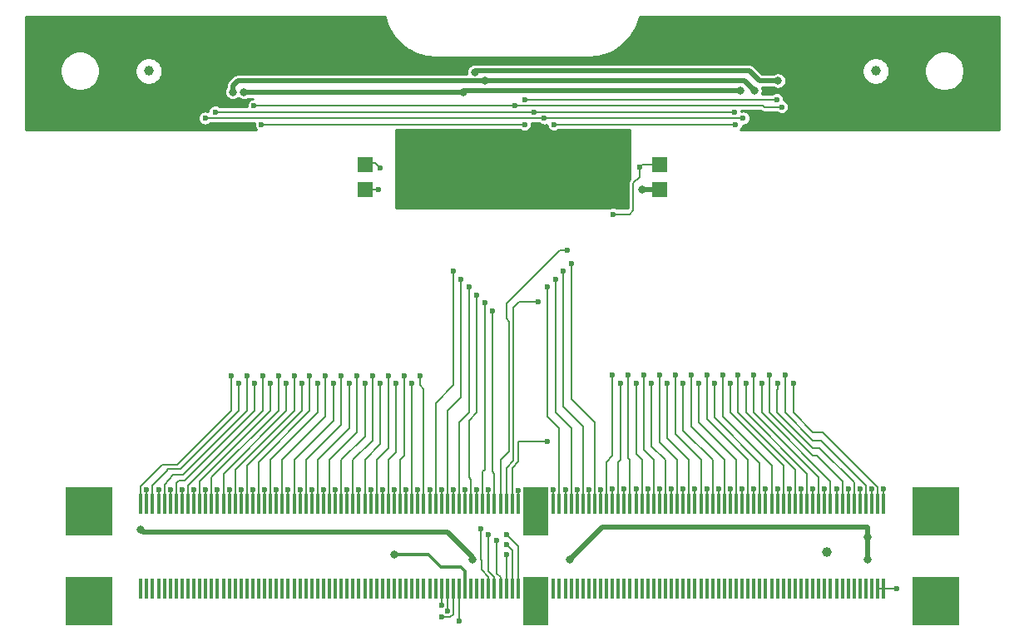
<source format=gbr>
G04 #@! TF.GenerationSoftware,KiCad,Pcbnew,5.1.5+dfsg1-2build2*
G04 #@! TF.CreationDate,2022-05-25T15:14:24+02:00*
G04 #@! TF.ProjectId,ModulAdapter,4d6f6475-6c41-4646-9170-7465722e6b69,rev?*
G04 #@! TF.SameCoordinates,Original*
G04 #@! TF.FileFunction,Copper,L1,Top*
G04 #@! TF.FilePolarity,Positive*
%FSLAX46Y46*%
G04 Gerber Fmt 4.6, Leading zero omitted, Abs format (unit mm)*
G04 Created by KiCad (PCBNEW 5.1.5+dfsg1-2build2) date 2022-05-25 15:14:24*
%MOMM*%
%LPD*%
G04 APERTURE LIST*
%ADD10R,2.600000X5.000000*%
%ADD11R,0.350000X2.000000*%
%ADD12R,4.800000X5.000000*%
%ADD13R,1.501140X1.501140*%
%ADD14C,1.000000*%
%ADD15C,0.600000*%
%ADD16C,0.800000*%
%ADD17C,0.200000*%
%ADD18C,0.500000*%
%ADD19C,0.300000*%
%ADD20C,0.254000*%
G04 APERTURE END LIST*
D10*
X102400000Y-127990000D03*
X102400000Y-118810000D03*
D11*
X62800000Y-126750000D03*
X62200000Y-126750000D03*
X63400000Y-126750000D03*
X64000000Y-126750000D03*
X64600000Y-126750000D03*
X65200000Y-126750000D03*
X65800000Y-126750000D03*
X66400000Y-126750000D03*
X67000000Y-126750000D03*
X67600000Y-126750000D03*
X68200000Y-126750000D03*
X68800000Y-126750000D03*
X69400000Y-126750000D03*
X70000000Y-126750000D03*
X70600000Y-126750000D03*
X71200000Y-126750000D03*
X71800000Y-126750000D03*
X72400000Y-126750000D03*
X73000000Y-126750000D03*
X73600000Y-126750000D03*
X74200000Y-126750000D03*
X74800000Y-126750000D03*
X75400000Y-126750000D03*
X76000000Y-126750000D03*
X76600000Y-126750000D03*
X77200000Y-126750000D03*
X77800000Y-126750000D03*
X78400000Y-126750000D03*
X79000000Y-126750000D03*
X79600000Y-126750000D03*
X80200000Y-126750000D03*
X80800000Y-126750000D03*
X81400000Y-126750000D03*
X82000000Y-126750000D03*
X82600000Y-126750000D03*
X83200000Y-126750000D03*
X83800000Y-126750000D03*
X84400000Y-126750000D03*
X85000000Y-126750000D03*
X85600000Y-126750000D03*
X86200000Y-126750000D03*
X86800000Y-126750000D03*
X87400000Y-126750000D03*
X88000000Y-126750000D03*
X88600000Y-126750000D03*
X89200000Y-126750000D03*
X90400000Y-126750000D03*
X89800000Y-126750000D03*
X91000000Y-126750000D03*
X91600000Y-126750000D03*
X92200000Y-126750000D03*
X92800000Y-126750000D03*
X93400000Y-126750000D03*
X94000000Y-126750000D03*
X94600000Y-126750000D03*
X95200000Y-126750000D03*
X95800000Y-126750000D03*
X96400000Y-126750000D03*
X97000000Y-126750000D03*
X97600000Y-126750000D03*
X98200000Y-126750000D03*
X98800000Y-126750000D03*
X99400000Y-126750000D03*
X100000000Y-126750000D03*
X100600000Y-126750000D03*
X104200000Y-126750000D03*
X104800000Y-126750000D03*
X105400000Y-126750000D03*
X106000000Y-126750000D03*
X106600000Y-126750000D03*
X107200000Y-126750000D03*
X107800000Y-126750000D03*
X108400000Y-126750000D03*
X109000000Y-126750000D03*
X109600000Y-126750000D03*
X110200000Y-126750000D03*
X110800000Y-126750000D03*
X111400000Y-126750000D03*
X112000000Y-126750000D03*
X112600000Y-126750000D03*
X113200000Y-126750000D03*
X113800000Y-126750000D03*
X114400000Y-126750000D03*
X115000000Y-126750000D03*
X115600000Y-126750000D03*
X116200000Y-126750000D03*
X116800000Y-126750000D03*
X117400000Y-126750000D03*
X118000000Y-126750000D03*
X118600000Y-126750000D03*
X119200000Y-126750000D03*
X119800000Y-126750000D03*
X120400000Y-126750000D03*
X121000000Y-126750000D03*
X121600000Y-126750000D03*
X122200000Y-126750000D03*
X122800000Y-126750000D03*
X123400000Y-126750000D03*
X124000000Y-126750000D03*
X124600000Y-126750000D03*
X125200000Y-126750000D03*
X125800000Y-126750000D03*
X126400000Y-126750000D03*
X127000000Y-126750000D03*
X127600000Y-126750000D03*
X128200000Y-126750000D03*
X128800000Y-126750000D03*
X129400000Y-126750000D03*
X130000000Y-126750000D03*
X130600000Y-126750000D03*
X131200000Y-126750000D03*
X131800000Y-126750000D03*
X132400000Y-126750000D03*
X133000000Y-126750000D03*
X133600000Y-126750000D03*
X134200000Y-126750000D03*
X134800000Y-126750000D03*
X135400000Y-126750000D03*
X136000000Y-126750000D03*
X136600000Y-126750000D03*
X137200000Y-126750000D03*
X137800000Y-126750000D03*
X62200000Y-118050000D03*
X62800000Y-118050000D03*
X63400000Y-118050000D03*
X64000000Y-118050000D03*
X64600000Y-118050000D03*
X65200000Y-118050000D03*
X65800000Y-118050000D03*
X66400000Y-118050000D03*
X67000000Y-118050000D03*
X67600000Y-118050000D03*
X68200000Y-118050000D03*
X68800000Y-118050000D03*
X69400000Y-118050000D03*
X70000000Y-118050000D03*
X70600000Y-118050000D03*
X71200000Y-118050000D03*
X71800000Y-118050000D03*
X72400000Y-118050000D03*
X73000000Y-118050000D03*
X73600000Y-118050000D03*
X74200000Y-118050000D03*
X74800000Y-118050000D03*
X75400000Y-118050000D03*
X76000000Y-118050000D03*
X76600000Y-118050000D03*
X77200000Y-118050000D03*
X77800000Y-118050000D03*
X78400000Y-118050000D03*
X79000000Y-118050000D03*
X79600000Y-118050000D03*
X80200000Y-118050000D03*
X80800000Y-118050000D03*
X81400000Y-118050000D03*
X82000000Y-118050000D03*
X82600000Y-118050000D03*
X83200000Y-118050000D03*
X83800000Y-118050000D03*
X84400000Y-118050000D03*
X85000000Y-118050000D03*
X85600000Y-118050000D03*
X86200000Y-118050000D03*
X86800000Y-118050000D03*
X87400000Y-118050000D03*
X88000000Y-118050000D03*
X88600000Y-118050000D03*
X89200000Y-118050000D03*
X89800000Y-118050000D03*
X90400000Y-118050000D03*
X91000000Y-118050000D03*
X91600000Y-118050000D03*
X92200000Y-118050000D03*
X92800000Y-118050000D03*
X93400000Y-118050000D03*
X94000000Y-118050000D03*
X94600000Y-118050000D03*
X95200000Y-118050000D03*
X95800000Y-118050000D03*
X96400000Y-118050000D03*
X97000000Y-118050000D03*
X97600000Y-118050000D03*
X98200000Y-118050000D03*
X98800000Y-118050000D03*
X99400000Y-118050000D03*
X100000000Y-118050000D03*
X100600000Y-118050000D03*
X104200000Y-118050000D03*
X104800000Y-118050000D03*
X105400000Y-118050000D03*
X106000000Y-118050000D03*
X106600000Y-118050000D03*
X107200000Y-118050000D03*
X107800000Y-118050000D03*
X108400000Y-118050000D03*
X109000000Y-118050000D03*
X109600000Y-118050000D03*
X110200000Y-118050000D03*
X110800000Y-118050000D03*
X111400000Y-118050000D03*
X112000000Y-118050000D03*
X112600000Y-118050000D03*
X113200000Y-118050000D03*
X113800000Y-118050000D03*
X114400000Y-118050000D03*
X115000000Y-118050000D03*
X115600000Y-118050000D03*
X116200000Y-118050000D03*
X116800000Y-118050000D03*
X117400000Y-118050000D03*
X118000000Y-118050000D03*
X118600000Y-118050000D03*
X119200000Y-118050000D03*
X119800000Y-118050000D03*
X120400000Y-118050000D03*
X121000000Y-118050000D03*
X121600000Y-118050000D03*
X122200000Y-118050000D03*
X122800000Y-118050000D03*
X123400000Y-118050000D03*
X124000000Y-118050000D03*
X124600000Y-118050000D03*
X125200000Y-118050000D03*
X125800000Y-118050000D03*
X126400000Y-118050000D03*
X127000000Y-118050000D03*
X127600000Y-118050000D03*
X128200000Y-118050000D03*
X128800000Y-118050000D03*
X129400000Y-118050000D03*
X130000000Y-118050000D03*
X130600000Y-118050000D03*
X131200000Y-118050000D03*
X131800000Y-118050000D03*
X132400000Y-118050000D03*
X133000000Y-118050000D03*
X133600000Y-118050000D03*
X134200000Y-118050000D03*
X134800000Y-118050000D03*
X135400000Y-118050000D03*
X136000000Y-118050000D03*
X136600000Y-118050000D03*
X137200000Y-118050000D03*
X137800000Y-118050000D03*
D12*
X56900000Y-118810000D03*
X56900000Y-127990000D03*
X143100000Y-127990000D03*
X143100000Y-118810000D03*
D13*
X85014000Y-86030000D03*
X85014000Y-83490000D03*
X114986000Y-83490000D03*
X114986000Y-86030000D03*
D14*
X63000000Y-74000000D03*
X132000000Y-123000000D03*
X137000000Y-74000000D03*
D15*
X139116000Y-126670000D03*
D16*
X71552000Y-76124000D03*
X97206000Y-74981000D03*
X124638000Y-75997000D03*
X123241000Y-75997000D03*
X95047000Y-76124000D03*
X72695000Y-76124000D03*
D15*
X71400000Y-105000000D03*
X62800000Y-116600000D03*
X72200000Y-105800000D03*
X64000000Y-116600000D03*
X73000000Y-105000000D03*
X65200000Y-116600000D03*
X73800000Y-105800000D03*
X66400000Y-116600000D03*
X74600000Y-105000000D03*
X67600000Y-116600000D03*
X75400000Y-105800000D03*
X68800000Y-116600000D03*
X76200000Y-105000000D03*
X70000000Y-116600000D03*
X77000000Y-105800000D03*
X71200000Y-116600000D03*
X77800000Y-105000000D03*
X72400000Y-116600000D03*
X78600000Y-105800000D03*
X73600000Y-116600000D03*
X79400000Y-105000000D03*
X74800000Y-116600000D03*
X80200000Y-105800000D03*
X76000000Y-116600000D03*
X81000000Y-105000000D03*
X77200000Y-116600000D03*
X81800000Y-105800000D03*
X78400000Y-116600000D03*
X82600000Y-105000000D03*
X79600000Y-116600000D03*
X83400000Y-105800000D03*
X80800000Y-116600000D03*
X84200000Y-105000000D03*
X82000000Y-116600000D03*
X85000000Y-105800000D03*
X83200000Y-116600000D03*
X85800000Y-105000000D03*
X84400000Y-116600000D03*
X86600000Y-105800000D03*
X85600000Y-116600000D03*
X87400000Y-105000000D03*
X86800000Y-116600000D03*
X88200000Y-105800000D03*
X88000000Y-116600000D03*
X89000000Y-105000000D03*
X89200000Y-116600000D03*
X89800000Y-105800000D03*
X90400000Y-116600000D03*
X90600000Y-105000000D03*
X91600000Y-116600000D03*
X94000000Y-94400000D03*
X92800000Y-116600000D03*
X94800000Y-95200000D03*
X94000000Y-116600000D03*
X95600000Y-96000000D03*
X95200000Y-116600000D03*
X96400000Y-116600000D03*
X103600000Y-111700000D03*
X104200000Y-116600000D03*
X105400000Y-116600000D03*
X106600000Y-116600000D03*
X105200000Y-94400000D03*
X107800000Y-116600000D03*
X106000000Y-93600000D03*
X109000000Y-116600000D03*
X110200000Y-104990248D03*
X110200000Y-116590248D03*
X111000000Y-105790248D03*
X111400000Y-116590248D03*
X111800000Y-104990248D03*
X112600000Y-116590248D03*
X112600000Y-105790248D03*
X113800000Y-116590248D03*
X113400000Y-104990248D03*
X115000000Y-116590248D03*
X114200000Y-105790248D03*
X116200000Y-116590248D03*
X115000000Y-104990248D03*
X117400000Y-116590248D03*
X115800000Y-105790248D03*
X118600000Y-116590248D03*
X116600000Y-104990248D03*
X119800000Y-116590248D03*
X117400000Y-105790248D03*
X121000000Y-116590248D03*
X118200000Y-104990248D03*
X122200000Y-116590248D03*
X119000000Y-105790248D03*
X123400000Y-116590248D03*
X119800000Y-104990248D03*
X124600000Y-116590248D03*
X120600000Y-105790248D03*
X125800000Y-116590248D03*
X121400000Y-104990248D03*
X127000000Y-116590248D03*
X122200000Y-105790248D03*
X128200000Y-116590248D03*
X123000000Y-104990248D03*
X129400000Y-116590248D03*
X123800000Y-105790248D03*
X130600000Y-116590248D03*
X124600000Y-104990248D03*
X131800000Y-116590248D03*
X125400000Y-105790248D03*
X133000000Y-116590248D03*
X126200000Y-104990248D03*
X134200000Y-116590248D03*
X127000000Y-105790248D03*
X135400000Y-116590248D03*
X127800000Y-104990248D03*
X136600000Y-116590248D03*
X128600000Y-105790248D03*
X137800000Y-116590248D03*
X96400000Y-96800000D03*
X97200000Y-97600000D03*
X97600000Y-116600000D03*
X98000000Y-98400000D03*
X105588000Y-92253000D03*
X102667000Y-97460000D03*
X100600000Y-116700000D03*
X103600000Y-96000000D03*
X104400000Y-95200000D03*
X96800000Y-120600000D03*
X97600000Y-121200000D03*
X98400000Y-121800000D03*
X99400000Y-123200000D03*
D16*
X127051000Y-74981000D03*
X136195000Y-123749000D03*
X136195000Y-121463000D03*
X96190000Y-74092000D03*
X105842000Y-123749000D03*
X95936000Y-123750000D03*
X62154000Y-120701000D03*
D15*
X126924000Y-76886000D03*
X101270000Y-76886000D03*
X101250000Y-79426000D03*
X74473000Y-79426000D03*
X100254000Y-77521000D03*
X127432000Y-77648000D03*
X73711000Y-77521000D03*
X99400000Y-122200000D03*
X99400000Y-121200000D03*
X94600000Y-130000000D03*
D16*
X88000000Y-123250000D03*
X57201000Y-79045000D03*
X88570000Y-83236000D03*
X100762000Y-86792000D03*
X88570000Y-87554000D03*
X113208000Y-86030000D03*
D15*
X122733000Y-79426000D03*
X104250000Y-79426000D03*
X123495000Y-78791000D03*
X103250000Y-78791000D03*
X68758000Y-78791000D03*
X122606000Y-78156000D03*
X102250000Y-78156000D03*
X69774000Y-78156000D03*
X86411000Y-86030000D03*
X93400000Y-129000000D03*
X86538000Y-83871000D03*
X92800000Y-129600000D03*
X112954000Y-83744000D03*
X92800000Y-128400000D03*
X110287000Y-88570000D03*
D17*
X137800000Y-126750000D02*
X137200000Y-126750000D01*
X137880000Y-126670000D02*
X137800000Y-126750000D01*
X139116000Y-126670000D02*
X137880000Y-126670000D01*
D18*
X97206000Y-74981000D02*
X72695000Y-74981000D01*
X71552000Y-76124000D02*
X71552000Y-75489000D01*
X72060000Y-74981000D02*
X72695000Y-74981000D01*
X71552000Y-75489000D02*
X72060000Y-74981000D01*
X124638000Y-75997000D02*
X123622000Y-74981000D01*
X97206000Y-74981000D02*
X123622000Y-74981000D01*
X95047000Y-76124000D02*
X74473000Y-76124000D01*
X121463000Y-75997000D02*
X123368000Y-75997000D01*
X95047000Y-75997000D02*
X121463000Y-75997000D01*
X74473000Y-76124000D02*
X72949000Y-76124000D01*
D17*
X62200000Y-116300000D02*
X62200000Y-118050000D01*
X64400000Y-114100000D02*
X62200000Y-116300000D01*
X65900000Y-114100000D02*
X64400000Y-114100000D01*
X71400000Y-108600000D02*
X65900000Y-114100000D01*
X71400000Y-105000000D02*
X71400000Y-108600000D01*
X62800000Y-118050000D02*
X62800000Y-116600000D01*
X65000000Y-114550010D02*
X64800000Y-114750010D01*
X64800000Y-114750010D02*
X63400000Y-116200000D01*
X66249990Y-114550010D02*
X65000000Y-114550010D01*
X63400000Y-116200000D02*
X63400000Y-118050000D01*
X72200000Y-108600000D02*
X66249990Y-114550010D01*
X72200000Y-105800000D02*
X72200000Y-108600000D01*
X64000000Y-118050000D02*
X64000000Y-116600000D01*
X64600000Y-116100000D02*
X64600000Y-118050000D01*
X73000000Y-105000000D02*
X73000000Y-108600000D01*
X65550010Y-115100000D02*
X65500000Y-115150010D01*
X65500000Y-115150010D02*
X64600000Y-116100000D01*
X66500000Y-115100000D02*
X65550010Y-115100000D01*
X73000000Y-108600000D02*
X66500000Y-115100000D01*
X65200000Y-118050000D02*
X65200000Y-116600000D01*
X73800000Y-105800000D02*
X73800000Y-106049990D01*
X73800000Y-106049990D02*
X73800000Y-106400000D01*
X65800000Y-116000000D02*
X65800000Y-118050000D01*
X73800000Y-106049990D02*
X73800000Y-108600000D01*
X66700000Y-115700000D02*
X66100000Y-115700000D01*
X66100000Y-115700000D02*
X65800000Y-116000000D01*
X73800000Y-108600000D02*
X66700000Y-115700000D01*
X66400000Y-118050000D02*
X66400000Y-116600000D01*
X67000000Y-116200000D02*
X67000000Y-118050000D01*
X74600000Y-108600000D02*
X67000000Y-116200000D01*
X74600000Y-105000000D02*
X74600000Y-108600000D01*
X67600000Y-118050000D02*
X67600000Y-116600000D01*
X75400000Y-105800000D02*
X75400000Y-105600000D01*
X68200000Y-115800000D02*
X68200000Y-118050000D01*
X75400000Y-108600000D02*
X68200000Y-115800000D01*
X75400000Y-105800000D02*
X75400000Y-108600000D01*
X68800000Y-118050000D02*
X68800000Y-116600000D01*
X76200000Y-105000000D02*
X76200000Y-107449990D01*
X76200000Y-107449990D02*
X76200000Y-107800000D01*
X76200000Y-108600000D02*
X69400000Y-115400000D01*
X69400000Y-115400000D02*
X69400000Y-118050000D01*
X76200000Y-107449990D02*
X76200000Y-108600000D01*
X70000000Y-118050000D02*
X70000000Y-116600000D01*
X77000000Y-108600000D02*
X77000000Y-105800000D01*
X70600000Y-115000000D02*
X77000000Y-108600000D01*
X70600000Y-118050000D02*
X70600000Y-115000000D01*
X71200000Y-118050000D02*
X71200000Y-116850000D01*
X71200000Y-116850000D02*
X71200000Y-116600000D01*
X71800000Y-118050000D02*
X71800000Y-114600000D01*
X71800000Y-114600000D02*
X77000000Y-109400000D01*
X77000000Y-109400000D02*
X77800000Y-108600000D01*
X77800000Y-108600000D02*
X77800000Y-106400000D01*
X77800000Y-106400000D02*
X77800000Y-105550001D01*
X77800000Y-105550001D02*
X77800000Y-105000000D01*
X72400000Y-118050000D02*
X72400000Y-116600000D01*
X73000000Y-118050000D02*
X73000000Y-114200000D01*
X73000000Y-114200000D02*
X78600000Y-108600000D01*
X78600000Y-108600000D02*
X78600000Y-105800000D01*
X73600000Y-118050000D02*
X73600000Y-116600000D01*
X74200000Y-118050000D02*
X74200000Y-113800000D01*
X74200000Y-113800000D02*
X79400000Y-108600000D01*
X79400000Y-108600000D02*
X79400000Y-105000000D01*
X74800000Y-118050000D02*
X74800000Y-116800000D01*
X74800000Y-116800000D02*
X74800000Y-116600000D01*
X75400000Y-118050000D02*
X75400000Y-113600000D01*
X75400000Y-113600000D02*
X80200000Y-108800000D01*
X80200000Y-108800000D02*
X80200000Y-105800000D01*
X76000000Y-118050000D02*
X76000000Y-116600000D01*
X76600000Y-118050000D02*
X76600000Y-113600000D01*
X76600000Y-113600000D02*
X81000000Y-109200000D01*
X81000000Y-109200000D02*
X81000000Y-107600000D01*
X81000000Y-107600000D02*
X81000000Y-105000000D01*
X77200000Y-118050000D02*
X77200000Y-116600000D01*
X77800000Y-118050000D02*
X77800000Y-113600000D01*
X77800000Y-113600000D02*
X81800000Y-109600000D01*
X81800000Y-109600000D02*
X81800000Y-107400000D01*
X81800000Y-107400000D02*
X81800000Y-105800000D01*
X78400000Y-118050000D02*
X78400000Y-116600000D01*
X79000000Y-113600000D02*
X82000000Y-110600000D01*
X79000000Y-118050000D02*
X79000000Y-113600000D01*
X82000000Y-110600000D02*
X82600000Y-110000000D01*
X82600000Y-110000000D02*
X82600000Y-108400000D01*
X82600000Y-108400000D02*
X82600000Y-105000000D01*
X79600000Y-118050000D02*
X79600000Y-116600000D01*
X80200000Y-118050000D02*
X80200000Y-113600000D01*
X80200000Y-113600000D02*
X83400000Y-110400000D01*
X83400000Y-110400000D02*
X83400000Y-108800000D01*
X83400000Y-108800000D02*
X83400000Y-105800000D01*
X80800000Y-118050000D02*
X80800000Y-116600000D01*
X81400000Y-118050000D02*
X81400000Y-113600000D01*
X81400000Y-113600000D02*
X84200000Y-110800000D01*
X84200000Y-110800000D02*
X84200000Y-107800000D01*
X84200000Y-107800000D02*
X84200000Y-105200000D01*
X82000000Y-118050000D02*
X82000000Y-117200000D01*
X82000000Y-117200000D02*
X82000000Y-116600000D01*
X82600000Y-118050000D02*
X82600000Y-113600000D01*
X82600000Y-113600000D02*
X85000000Y-111200000D01*
X85000000Y-111200000D02*
X85000000Y-108000000D01*
X85000000Y-108000000D02*
X85000000Y-105800000D01*
X83200000Y-118050000D02*
X83200000Y-116600000D01*
X83800000Y-118050000D02*
X83800000Y-113600000D01*
X83800000Y-113600000D02*
X85800000Y-111600000D01*
X85800000Y-111600000D02*
X85800000Y-105000000D01*
X84400000Y-118050000D02*
X84400000Y-116600000D01*
X85000000Y-118050000D02*
X85000000Y-113600000D01*
X85000000Y-113600000D02*
X86600000Y-112000000D01*
X86600000Y-112000000D02*
X86600000Y-108000000D01*
X86600000Y-108000000D02*
X86600000Y-105800000D01*
X85600000Y-118050000D02*
X85600000Y-116600000D01*
X86200000Y-118050000D02*
X86200000Y-113600000D01*
X86200000Y-113600000D02*
X87400000Y-112400000D01*
X87400000Y-112400000D02*
X87400000Y-105000000D01*
X86800000Y-118050000D02*
X86800000Y-116600000D01*
X87400000Y-118050000D02*
X87400000Y-113600000D01*
X87400000Y-113600000D02*
X88200000Y-112800000D01*
X88200000Y-112800000D02*
X88200000Y-107400000D01*
X88200000Y-107400000D02*
X88200000Y-105800000D01*
X88000000Y-118050000D02*
X88000000Y-116600000D01*
X88600000Y-118050000D02*
X88600000Y-113600000D01*
X88600000Y-113600000D02*
X89000000Y-113200000D01*
X89000000Y-113200000D02*
X89000000Y-106400000D01*
X89000000Y-106400000D02*
X89000000Y-105000000D01*
X89200000Y-118050000D02*
X89200000Y-116600000D01*
X89800000Y-118050000D02*
X89800000Y-106200000D01*
X89800000Y-106200000D02*
X89800000Y-105800000D01*
X90400000Y-118050000D02*
X90400000Y-116600000D01*
X90600000Y-106000000D02*
X90600000Y-105000000D01*
X91000000Y-118050000D02*
X91000000Y-106400000D01*
X91000000Y-106400000D02*
X90600000Y-106000000D01*
X91600000Y-118050000D02*
X91600000Y-116600000D01*
X94000000Y-99000000D02*
X94000000Y-94400000D01*
X92200000Y-118050000D02*
X92200000Y-107800000D01*
X94000000Y-106000000D02*
X94000000Y-99000000D01*
X92200000Y-107800000D02*
X94000000Y-106000000D01*
X92800000Y-118050000D02*
X92800000Y-116600000D01*
X93400000Y-108800000D02*
X93400000Y-108600000D01*
X93400000Y-108800000D02*
X93400000Y-118050000D01*
X93400000Y-108600000D02*
X94800000Y-107200000D01*
X94800000Y-95200000D02*
X94800000Y-101000000D01*
X94800000Y-107200000D02*
X94800000Y-101000000D01*
X94800000Y-101000000D02*
X94800000Y-100800000D01*
X94000000Y-118050000D02*
X94000000Y-116600000D01*
X94600000Y-115400000D02*
X94600000Y-115200000D01*
X94600000Y-118050000D02*
X94600000Y-115400000D01*
X94600000Y-110000000D02*
X94600000Y-109800000D01*
X94600000Y-115400000D02*
X94600000Y-110000000D01*
X94600000Y-109800000D02*
X95600000Y-108800000D01*
X95600000Y-108800000D02*
X95600000Y-96000000D01*
X95200000Y-118050000D02*
X95200000Y-116600000D01*
X96400000Y-118050000D02*
X96400000Y-116600000D01*
X100000000Y-114400000D02*
X100000000Y-118050000D01*
X100650000Y-113750000D02*
X100000000Y-114400000D01*
X100650000Y-111700000D02*
X100650000Y-113750000D01*
X100650000Y-111700000D02*
X103600000Y-111700000D01*
X104200000Y-118050000D02*
X104200000Y-116600000D01*
X104200000Y-116600000D02*
X104200000Y-116500000D01*
X105400000Y-118050000D02*
X105400000Y-116600000D01*
X106600000Y-117000000D02*
X106600000Y-116600000D01*
X106600000Y-116600000D02*
X106600000Y-116500000D01*
X106600000Y-118050000D02*
X106600000Y-117000000D01*
X107200000Y-118050000D02*
X107200000Y-110200000D01*
X105600000Y-108600000D02*
X105200000Y-108200000D01*
X107200000Y-110200000D02*
X105600000Y-108600000D01*
X105200000Y-108200000D02*
X105200000Y-97800000D01*
X105200000Y-94400000D02*
X105200000Y-97800000D01*
X105200000Y-97800000D02*
X105200000Y-97400000D01*
X107800000Y-118050000D02*
X107800000Y-116600000D01*
X107800000Y-116600000D02*
X107800000Y-116500000D01*
X108400000Y-111000000D02*
X108400000Y-109800000D01*
X108400000Y-111000000D02*
X108400000Y-109900000D01*
X108400000Y-118050000D02*
X108400000Y-111000000D01*
X108400000Y-109800000D02*
X106000000Y-107400000D01*
X106000000Y-107400000D02*
X106000000Y-94800000D01*
X106000000Y-94800000D02*
X106000000Y-93600000D01*
X109000000Y-118050000D02*
X109000000Y-116850000D01*
X109000000Y-116600000D02*
X109000000Y-116500000D01*
X109000000Y-116850000D02*
X109000000Y-116600000D01*
X109600000Y-114400000D02*
X109600000Y-118050000D01*
X109600000Y-113800000D02*
X109600000Y-114400000D01*
X110200000Y-104990248D02*
X110200000Y-113200000D01*
X110200000Y-113200000D02*
X109600000Y-113800000D01*
X110200000Y-118050000D02*
X110200000Y-116600000D01*
X110200000Y-118050000D02*
X110200000Y-116850000D01*
X110200000Y-116850000D02*
X110200000Y-116500000D01*
X110800000Y-113800000D02*
X110800000Y-118050000D01*
X111000000Y-113600000D02*
X110800000Y-113800000D01*
X111000000Y-105790248D02*
X111000000Y-113600000D01*
X111400000Y-118050000D02*
X111400000Y-116600000D01*
X111400000Y-118050000D02*
X111400000Y-116500000D01*
X112000000Y-113700000D02*
X112000000Y-113600000D01*
X112000000Y-118050000D02*
X112000000Y-113700000D01*
X112000000Y-113600000D02*
X111800000Y-113400000D01*
X111800000Y-104990248D02*
X111800000Y-106600000D01*
X111800000Y-106400000D02*
X111800000Y-106600000D01*
X111800000Y-106600000D02*
X111800000Y-113400000D01*
X112600000Y-118050000D02*
X112600000Y-116600000D01*
X112600000Y-118050000D02*
X112600000Y-116500000D01*
X113200000Y-118050000D02*
X113200000Y-113600000D01*
X113200000Y-113600000D02*
X112600000Y-113000000D01*
X112600000Y-106414512D02*
X112600000Y-113000000D01*
X112600000Y-106414512D02*
X112600000Y-105790248D01*
X113800000Y-118050000D02*
X113800000Y-116600000D01*
X113800000Y-118050000D02*
X113800000Y-116500000D01*
X114400000Y-113600000D02*
X114400000Y-118050000D01*
X113400000Y-112600000D02*
X114400000Y-113600000D01*
X113400000Y-106500000D02*
X113400000Y-104990248D01*
X113400000Y-106500000D02*
X113400000Y-112600000D01*
X113400000Y-106400000D02*
X113400000Y-106500000D01*
X115000000Y-118050000D02*
X115000000Y-116600000D01*
X115000000Y-118050000D02*
X115000000Y-116500000D01*
X115600000Y-113600000D02*
X115600000Y-118050000D01*
X114200000Y-106700000D02*
X114200000Y-112200000D01*
X114200000Y-112200000D02*
X115600000Y-113600000D01*
X114200000Y-106700000D02*
X114200000Y-105790248D01*
X116200000Y-118050000D02*
X116200000Y-116600000D01*
X116200000Y-118050000D02*
X116200000Y-116850000D01*
X116200000Y-116850000D02*
X116200000Y-116500000D01*
X116800000Y-113600000D02*
X116800000Y-118050000D01*
X115000000Y-106600000D02*
X115000000Y-111800000D01*
X115000000Y-111800000D02*
X116800000Y-113600000D01*
X115000000Y-106600000D02*
X115000000Y-104990248D01*
X117400000Y-118050000D02*
X117400000Y-116600000D01*
X117400000Y-118050000D02*
X117400000Y-116500000D01*
X115800000Y-111400000D02*
X118000000Y-113600000D01*
X115800000Y-106600000D02*
X115800000Y-111400000D01*
X118000000Y-113600000D02*
X118000000Y-118050000D01*
X115800000Y-106600000D02*
X115800000Y-105790248D01*
X118600000Y-118050000D02*
X118600000Y-117200000D01*
X118600000Y-117200000D02*
X118600000Y-116600000D01*
X118600000Y-118050000D02*
X118600000Y-116850000D01*
X118600000Y-116850000D02*
X118600000Y-116500000D01*
X119200000Y-113600000D02*
X119200000Y-118050000D01*
X116600000Y-106700000D02*
X116600000Y-111000000D01*
X116600000Y-111000000D02*
X119200000Y-113600000D01*
X116600000Y-106700000D02*
X116600000Y-104990248D01*
X119800000Y-118050000D02*
X119800000Y-116600000D01*
X119800000Y-118050000D02*
X119800000Y-116850000D01*
X119800000Y-116850000D02*
X119800000Y-116500000D01*
X120400000Y-118050000D02*
X120400000Y-113600000D01*
X117385488Y-110585488D02*
X117500000Y-110700000D01*
X120400000Y-113600000D02*
X117500000Y-110700000D01*
X117400000Y-106485488D02*
X117400000Y-105790248D01*
X117385488Y-106500000D02*
X117400000Y-106485488D01*
X117385488Y-106500000D02*
X117385488Y-110585488D01*
X117385488Y-106400000D02*
X117385488Y-106500000D01*
X121000000Y-118050000D02*
X121000000Y-116600000D01*
X121000000Y-118050000D02*
X121000000Y-116850000D01*
X121000000Y-116850000D02*
X121000000Y-116500000D01*
X121600000Y-113600000D02*
X121600000Y-118050000D01*
X118200000Y-106500000D02*
X118200000Y-110200000D01*
X118200000Y-110200000D02*
X121600000Y-113600000D01*
X118200000Y-106500000D02*
X118200000Y-104990248D01*
X122200000Y-118050000D02*
X122200000Y-116600000D01*
X122200000Y-118050000D02*
X122200000Y-116850000D01*
X122200000Y-116850000D02*
X122200000Y-116500000D01*
X122800000Y-113600000D02*
X122800000Y-118050000D01*
X119000000Y-109800000D02*
X122800000Y-113600000D01*
X119000000Y-106700000D02*
X119000000Y-109800000D01*
X119000000Y-106700000D02*
X119000000Y-105790248D01*
X123400000Y-118050000D02*
X123400000Y-116600000D01*
X123400000Y-118050000D02*
X123400000Y-116500000D01*
X124000000Y-118050000D02*
X124000000Y-113600000D01*
X119800000Y-109400000D02*
X119800000Y-106500000D01*
X124000000Y-113600000D02*
X119800000Y-109400000D01*
X119800000Y-106500000D02*
X119800000Y-104990248D01*
X124600000Y-118050000D02*
X124600000Y-116600000D01*
X124600000Y-118050000D02*
X124600000Y-116850000D01*
X124600000Y-116850000D02*
X124600000Y-116500000D01*
X125200000Y-118050000D02*
X125200000Y-113900000D01*
X125200000Y-113900000D02*
X120600000Y-109300000D01*
X120600000Y-106800000D02*
X120600000Y-106700000D01*
X120600000Y-106800000D02*
X120600000Y-105790248D01*
X120600000Y-109300000D02*
X120600000Y-106800000D01*
X125800000Y-118050000D02*
X125800000Y-116800000D01*
X125800000Y-116800000D02*
X125800000Y-116600000D01*
X125800000Y-118050000D02*
X125800000Y-116850000D01*
X125800000Y-116850000D02*
X125800000Y-116500000D01*
X126400000Y-115100000D02*
X126400000Y-114605012D01*
X126400000Y-118050000D02*
X126400000Y-115100000D01*
X126400000Y-114200000D02*
X126400000Y-115100000D01*
X121400000Y-109200000D02*
X126400000Y-114200000D01*
X121400000Y-106800000D02*
X121400000Y-104990248D01*
X121400000Y-106800000D02*
X121400000Y-109200000D01*
X121400000Y-106700000D02*
X121400000Y-106800000D01*
X127000000Y-118050000D02*
X127000000Y-116600000D01*
X127000000Y-118050000D02*
X127000000Y-116500000D01*
X127600000Y-114200000D02*
X127600000Y-118050000D01*
X122200000Y-108800000D02*
X127600000Y-114200000D01*
X122200000Y-106700000D02*
X122200000Y-108800000D01*
X122200000Y-106700000D02*
X122200000Y-105790248D01*
X128200000Y-118050000D02*
X128200000Y-116600000D01*
X128200000Y-118050000D02*
X128200000Y-116500000D01*
X128800000Y-114600000D02*
X128800000Y-118050000D01*
X123000000Y-108800000D02*
X128800000Y-114600000D01*
X123000000Y-106700000D02*
X123000000Y-108800000D01*
X123000000Y-106700000D02*
X123000000Y-104990248D01*
X129400000Y-118050000D02*
X129400000Y-116850000D01*
X129400000Y-116850000D02*
X129400000Y-116600000D01*
X129400000Y-118050000D02*
X129400000Y-116850000D01*
X129400000Y-116850000D02*
X129400000Y-116500000D01*
X123800000Y-108800000D02*
X130000000Y-115000000D01*
X130000000Y-115000000D02*
X130000000Y-118050000D01*
X123800000Y-106800000D02*
X123800000Y-105790248D01*
X123800000Y-106800000D02*
X123800000Y-108800000D01*
X123800000Y-106600000D02*
X123800000Y-106800000D01*
X130600000Y-118050000D02*
X130600000Y-116600000D01*
X130600000Y-118050000D02*
X130600000Y-116500000D01*
X124600000Y-106700000D02*
X124600000Y-104990248D01*
X124600000Y-106600000D02*
X124600000Y-106700000D01*
X124600000Y-108800000D02*
X131200000Y-115400000D01*
X131200000Y-115400000D02*
X131200000Y-118050000D01*
X124600000Y-106700000D02*
X124600000Y-108800000D01*
X131800000Y-118050000D02*
X131800000Y-116600000D01*
X131800000Y-118050000D02*
X131800000Y-116850000D01*
X131800000Y-116850000D02*
X131800000Y-116500000D01*
X125400000Y-108800000D02*
X132400000Y-115800000D01*
X132400000Y-115800000D02*
X132400000Y-118050000D01*
X125400000Y-105790248D02*
X125400000Y-108800000D01*
X133000000Y-118050000D02*
X133000000Y-116600000D01*
X133000000Y-118050000D02*
X133000000Y-116850000D01*
X133000000Y-116850000D02*
X133000000Y-116500000D01*
X126200000Y-108800000D02*
X130600000Y-113200000D01*
X126200000Y-104990248D02*
X126200000Y-108800000D01*
X130600000Y-113200000D02*
X131000000Y-113200000D01*
X133600000Y-115800000D02*
X133600000Y-116300000D01*
X131000000Y-113200000D02*
X133600000Y-115800000D01*
X133600000Y-116300000D02*
X133600000Y-118050000D01*
X134200000Y-118050000D02*
X134200000Y-116600000D01*
X134200000Y-118050000D02*
X134200000Y-116500000D01*
X127000000Y-105790248D02*
X127000000Y-106385488D01*
X127000000Y-106385488D02*
X126985488Y-106400000D01*
X126985488Y-106400000D02*
X126985488Y-108785488D01*
X126985488Y-108785488D02*
X130600000Y-112400000D01*
X130600000Y-112400000D02*
X130800000Y-112400000D01*
X131000000Y-112400000D02*
X130600000Y-112400000D01*
X131300000Y-112400000D02*
X131000000Y-112400000D01*
X134800000Y-115900000D02*
X131300000Y-112400000D01*
X134800000Y-118050000D02*
X134800000Y-115900000D01*
X135400000Y-118050000D02*
X135400000Y-116600000D01*
X135400000Y-118050000D02*
X135400000Y-116850000D01*
X135400000Y-116850000D02*
X135400000Y-116600000D01*
X136000000Y-116200000D02*
X136000000Y-118050000D01*
X131400000Y-111600000D02*
X136000000Y-116200000D01*
X130600000Y-111600000D02*
X131400000Y-111600000D01*
X127800000Y-108800000D02*
X130600000Y-111600000D01*
X127800000Y-104990248D02*
X127800000Y-108800000D01*
X136600000Y-118050000D02*
X136600000Y-116600000D01*
X136600000Y-118050000D02*
X136600000Y-116600000D01*
X131600000Y-110800000D02*
X137200000Y-116400000D01*
X130600000Y-110800000D02*
X131600000Y-110800000D01*
X137200000Y-116400000D02*
X137200000Y-118050000D01*
X128600000Y-105790248D02*
X128600000Y-108800000D01*
X128600000Y-108800000D02*
X130600000Y-110800000D01*
X137800000Y-118050000D02*
X137800000Y-116600000D01*
X137800000Y-118050000D02*
X137800000Y-116600000D01*
X95800000Y-115800000D02*
X95800000Y-115600000D01*
X95800000Y-118050000D02*
X95800000Y-115800000D01*
X95800000Y-115600000D02*
X95600000Y-115400000D01*
X95600000Y-115400000D02*
X95600000Y-109600000D01*
X95600000Y-109600000D02*
X96400000Y-108800000D01*
X96400000Y-102200000D02*
X96400000Y-96800000D01*
X96400000Y-102200000D02*
X96400000Y-102000000D01*
X96400000Y-108800000D02*
X96400000Y-102200000D01*
X97000000Y-118050000D02*
X97000000Y-114800000D01*
X97000000Y-114800000D02*
X97200000Y-114600000D01*
X97200000Y-114600000D02*
X97200000Y-100000000D01*
X97200000Y-97600000D02*
X97200000Y-100000000D01*
X97200000Y-100000000D02*
X97200000Y-99800000D01*
X97600000Y-118050000D02*
X97600000Y-116600000D01*
X98000000Y-98400000D02*
X98000000Y-114800000D01*
X98200000Y-115000000D02*
X98200000Y-118050000D01*
X98000000Y-114800000D02*
X98200000Y-115000000D01*
X98800000Y-113600000D02*
X99700000Y-112700000D01*
X98800000Y-118050000D02*
X98800000Y-113600000D01*
X104826000Y-92253000D02*
X105588000Y-92253000D01*
X99700000Y-112700000D02*
X99700000Y-99500000D01*
X99400000Y-99200000D02*
X99400000Y-97679000D01*
X99400000Y-97679000D02*
X104826000Y-92253000D01*
X99700000Y-99500000D02*
X99400000Y-99200000D01*
X99400000Y-118050000D02*
X99400000Y-116800000D01*
X99400000Y-116000000D02*
X99400000Y-115400000D01*
X99400000Y-116800000D02*
X99400000Y-116000000D01*
X102627000Y-97500000D02*
X102667000Y-97460000D01*
X100100000Y-113700000D02*
X100100000Y-98100000D01*
X100100000Y-98100000D02*
X100700000Y-97500000D01*
X99400000Y-116000000D02*
X99400000Y-114400000D01*
X100700000Y-97500000D02*
X102627000Y-97500000D01*
X99400000Y-114400000D02*
X100100000Y-113700000D01*
X100600000Y-118050000D02*
X100600000Y-116700000D01*
X104800000Y-118050000D02*
X104800000Y-110400000D01*
X103600000Y-109200000D02*
X103600000Y-108600000D01*
X104800000Y-110400000D02*
X103600000Y-109200000D01*
X103600000Y-97200000D02*
X103600000Y-96000000D01*
X103600000Y-97200000D02*
X103600000Y-97000000D01*
X103600000Y-108600000D02*
X103600000Y-97200000D01*
X106000000Y-118050000D02*
X106000000Y-110400000D01*
X106000000Y-110400000D02*
X104400000Y-108800000D01*
X104400000Y-100200000D02*
X104400000Y-108800000D01*
X104400000Y-95200000D02*
X104400000Y-100200000D01*
X97600000Y-125550000D02*
X96850000Y-124800000D01*
X97600000Y-126750000D02*
X97600000Y-125550000D01*
X96800000Y-123750000D02*
X96850000Y-123800000D01*
X96800000Y-120600000D02*
X96800000Y-123750000D01*
X96850000Y-124800000D02*
X96850000Y-123800000D01*
X98200000Y-125550000D02*
X97600000Y-124950000D01*
X98200000Y-126750000D02*
X98200000Y-125550000D01*
X97600000Y-121624264D02*
X97600000Y-122700000D01*
X97600000Y-124950000D02*
X97600000Y-122700000D01*
X97600000Y-121200000D02*
X97600000Y-121624264D01*
X97600000Y-122700000D02*
X97600000Y-122600000D01*
X98800000Y-125550000D02*
X98400000Y-125150000D01*
X98800000Y-126750000D02*
X98800000Y-125550000D01*
X98400000Y-125150000D02*
X98400000Y-122400000D01*
X98400000Y-122400000D02*
X98400000Y-121800000D01*
X99400000Y-125400000D02*
X99400000Y-123200000D01*
X99400000Y-125400000D02*
X99400000Y-125200000D01*
X99400000Y-126750000D02*
X99400000Y-125400000D01*
D18*
X136195000Y-121463000D02*
X136195000Y-123749000D01*
X136195000Y-121463000D02*
X136195000Y-120447000D01*
X136195000Y-120447000D02*
X109144000Y-120447000D01*
X109144000Y-120447000D02*
X105842000Y-123749000D01*
X95936000Y-123750000D02*
X95936000Y-123495000D01*
X95936000Y-123495000D02*
X93396000Y-120955000D01*
X93396000Y-120955000D02*
X62408000Y-120955000D01*
X62408000Y-120955000D02*
X62154000Y-120701000D01*
X125146000Y-74981000D02*
X127051000Y-74981000D01*
X124130000Y-73965000D02*
X125146000Y-74981000D01*
X96190000Y-74092000D02*
X96317000Y-73965000D01*
X96317000Y-73965000D02*
X124130000Y-73965000D01*
D17*
X124257000Y-76886000D02*
X126797000Y-76886000D01*
X101270000Y-76886000D02*
X124257000Y-76886000D01*
X75997000Y-79426000D02*
X74473000Y-79426000D01*
X101250000Y-79426000D02*
X75997000Y-79426000D01*
X106985000Y-77521000D02*
X100254000Y-77521000D01*
X125527000Y-77521000D02*
X106985000Y-77521000D01*
X127432000Y-77648000D02*
X125654000Y-77648000D01*
X125654000Y-77648000D02*
X125527000Y-77521000D01*
X75235000Y-77521000D02*
X73711000Y-77521000D01*
X100254000Y-77521000D02*
X75235000Y-77521000D01*
X100000000Y-122800000D02*
X99400000Y-122200000D01*
X100000000Y-126750000D02*
X100000000Y-122800000D01*
X100600000Y-122400000D02*
X99400000Y-121200000D01*
X100600000Y-126750000D02*
X100600000Y-122400000D01*
X94600000Y-130000000D02*
X94600000Y-129000000D01*
X94600000Y-129000000D02*
X94600000Y-126750000D01*
X94600000Y-129100000D02*
X94600000Y-129000000D01*
D19*
X95200000Y-126750000D02*
X95200000Y-124950000D01*
X95200000Y-124950000D02*
X94750000Y-124500000D01*
X94750000Y-124500000D02*
X92750000Y-124500000D01*
X92750000Y-124500000D02*
X91500000Y-123250000D01*
X91500000Y-123250000D02*
X88000000Y-123250000D01*
D18*
X113208000Y-86030000D02*
X114986000Y-86030000D01*
D17*
X106223000Y-79426000D02*
X104250000Y-79426000D01*
X106223000Y-79426000D02*
X122733000Y-79426000D01*
X106858000Y-78791000D02*
X123495000Y-78791000D01*
X106858000Y-78791000D02*
X103250000Y-78791000D01*
X106985000Y-78791000D02*
X106858000Y-78791000D01*
X70282000Y-78791000D02*
X68758000Y-78791000D01*
X103250000Y-78791000D02*
X70282000Y-78791000D01*
X106096000Y-78156000D02*
X102250000Y-78156000D01*
X106096000Y-78156000D02*
X122606000Y-78156000D01*
X71298000Y-78156000D02*
X69774000Y-78156000D01*
X102250000Y-78156000D02*
X71298000Y-78156000D01*
X86411000Y-86030000D02*
X85014000Y-86030000D01*
X93400000Y-129000000D02*
X93400000Y-126750000D01*
X86030000Y-83363000D02*
X85014000Y-83363000D01*
X86538000Y-83871000D02*
X86030000Y-83363000D01*
X94000000Y-129300000D02*
X94000000Y-126750000D01*
X93700000Y-129600000D02*
X94000000Y-129300000D01*
X93700000Y-129600000D02*
X92800000Y-129600000D01*
X114859000Y-83617000D02*
X114986000Y-83490000D01*
X113208000Y-83490000D02*
X112954000Y-83744000D01*
X114986000Y-83490000D02*
X113208000Y-83490000D01*
X92800000Y-128400000D02*
X92800000Y-126750000D01*
X112954000Y-83744000D02*
X112954000Y-84760000D01*
X112954000Y-84760000D02*
X112319000Y-85395000D01*
X112319000Y-85395000D02*
X112319000Y-88189000D01*
X111938000Y-88570000D02*
X110287000Y-88570000D01*
X112319000Y-88189000D02*
X111938000Y-88570000D01*
D20*
G36*
X102786564Y-79355698D02*
G01*
X102905636Y-79435259D01*
X103037942Y-79490062D01*
X103178397Y-79518000D01*
X103321603Y-79518000D01*
X103462058Y-79490062D01*
X103523000Y-79464819D01*
X103523000Y-79497603D01*
X103550938Y-79638058D01*
X103605741Y-79770364D01*
X103685302Y-79889436D01*
X103786564Y-79990698D01*
X103905636Y-80070259D01*
X104037942Y-80125062D01*
X104178397Y-80153000D01*
X104321603Y-80153000D01*
X104462058Y-80125062D01*
X104594364Y-80070259D01*
X104713436Y-79990698D01*
X104751134Y-79953000D01*
X111998939Y-79953000D01*
X111994443Y-79955403D01*
X111975197Y-79971197D01*
X111959403Y-79990443D01*
X111947667Y-80012399D01*
X111940440Y-80036224D01*
X111938000Y-80061000D01*
X111938000Y-85028536D01*
X111878696Y-85100798D01*
X111829762Y-85192350D01*
X111829761Y-85192351D01*
X111799626Y-85291691D01*
X111789451Y-85395000D01*
X111792000Y-85420881D01*
X111792001Y-87935000D01*
X110645221Y-87935000D01*
X110631364Y-87925741D01*
X110499058Y-87870938D01*
X110358603Y-87843000D01*
X110215397Y-87843000D01*
X110074942Y-87870938D01*
X109942636Y-87925741D01*
X109928779Y-87935000D01*
X88189000Y-87935000D01*
X88189000Y-80061000D01*
X88186560Y-80036224D01*
X88179333Y-80012399D01*
X88167597Y-79990443D01*
X88151803Y-79971197D01*
X88132557Y-79955403D01*
X88128061Y-79953000D01*
X100748866Y-79953000D01*
X100786564Y-79990698D01*
X100905636Y-80070259D01*
X101037942Y-80125062D01*
X101178397Y-80153000D01*
X101321603Y-80153000D01*
X101462058Y-80125062D01*
X101594364Y-80070259D01*
X101713436Y-79990698D01*
X101814698Y-79889436D01*
X101894259Y-79770364D01*
X101949062Y-79638058D01*
X101977000Y-79497603D01*
X101977000Y-79354397D01*
X101969760Y-79318000D01*
X102748866Y-79318000D01*
X102786564Y-79355698D01*
G37*
X102786564Y-79355698D02*
X102905636Y-79435259D01*
X103037942Y-79490062D01*
X103178397Y-79518000D01*
X103321603Y-79518000D01*
X103462058Y-79490062D01*
X103523000Y-79464819D01*
X103523000Y-79497603D01*
X103550938Y-79638058D01*
X103605741Y-79770364D01*
X103685302Y-79889436D01*
X103786564Y-79990698D01*
X103905636Y-80070259D01*
X104037942Y-80125062D01*
X104178397Y-80153000D01*
X104321603Y-80153000D01*
X104462058Y-80125062D01*
X104594364Y-80070259D01*
X104713436Y-79990698D01*
X104751134Y-79953000D01*
X111998939Y-79953000D01*
X111994443Y-79955403D01*
X111975197Y-79971197D01*
X111959403Y-79990443D01*
X111947667Y-80012399D01*
X111940440Y-80036224D01*
X111938000Y-80061000D01*
X111938000Y-85028536D01*
X111878696Y-85100798D01*
X111829762Y-85192350D01*
X111829761Y-85192351D01*
X111799626Y-85291691D01*
X111789451Y-85395000D01*
X111792000Y-85420881D01*
X111792001Y-87935000D01*
X110645221Y-87935000D01*
X110631364Y-87925741D01*
X110499058Y-87870938D01*
X110358603Y-87843000D01*
X110215397Y-87843000D01*
X110074942Y-87870938D01*
X109942636Y-87925741D01*
X109928779Y-87935000D01*
X88189000Y-87935000D01*
X88189000Y-80061000D01*
X88186560Y-80036224D01*
X88179333Y-80012399D01*
X88167597Y-79990443D01*
X88151803Y-79971197D01*
X88132557Y-79955403D01*
X88128061Y-79953000D01*
X100748866Y-79953000D01*
X100786564Y-79990698D01*
X100905636Y-80070259D01*
X101037942Y-80125062D01*
X101178397Y-80153000D01*
X101321603Y-80153000D01*
X101462058Y-80125062D01*
X101594364Y-80070259D01*
X101713436Y-79990698D01*
X101814698Y-79889436D01*
X101894259Y-79770364D01*
X101949062Y-79638058D01*
X101977000Y-79497603D01*
X101977000Y-79354397D01*
X101969760Y-79318000D01*
X102748866Y-79318000D01*
X102786564Y-79355698D01*
G36*
X87147248Y-68886569D02*
G01*
X87151640Y-68899611D01*
X87154432Y-68913082D01*
X87173314Y-68964650D01*
X87518478Y-69761876D01*
X87525641Y-69775064D01*
X87531242Y-69788988D01*
X87558957Y-69836397D01*
X88039843Y-70559900D01*
X88049230Y-70571613D01*
X88057206Y-70584322D01*
X88092879Y-70626074D01*
X88694284Y-71252985D01*
X88705593Y-71262846D01*
X88715698Y-71273948D01*
X88758201Y-71308722D01*
X89461119Y-71819226D01*
X89474000Y-71826932D01*
X89485907Y-71836065D01*
X89533896Y-71862763D01*
X90316106Y-72240721D01*
X90330150Y-72246025D01*
X90343484Y-72252904D01*
X90395442Y-72270683D01*
X91232222Y-72504151D01*
X91246978Y-72506883D01*
X91261325Y-72511294D01*
X91315610Y-72519590D01*
X92180509Y-72601187D01*
X92183314Y-72601201D01*
X92201577Y-72603000D01*
X107760993Y-72603000D01*
X107762115Y-72603130D01*
X107766276Y-72603000D01*
X107798423Y-72603000D01*
X107813359Y-72601529D01*
X107817005Y-72601415D01*
X108631540Y-72528870D01*
X108645079Y-72526437D01*
X108658820Y-72525647D01*
X108712597Y-72514520D01*
X109551775Y-72289828D01*
X109565865Y-72284675D01*
X109580464Y-72281173D01*
X109631421Y-72260699D01*
X110417547Y-71890952D01*
X110430505Y-71883383D01*
X110444249Y-71877353D01*
X110490775Y-71848179D01*
X111199000Y-71345065D01*
X111210411Y-71335323D01*
X111222873Y-71326952D01*
X111263497Y-71290000D01*
X111871436Y-70669420D01*
X111880944Y-70657808D01*
X111891722Y-70647367D01*
X111925161Y-70603805D01*
X112413597Y-69885378D01*
X112420896Y-69872270D01*
X112429659Y-69860080D01*
X112454855Y-69811285D01*
X112808348Y-69017717D01*
X112813212Y-69003518D01*
X112819675Y-68989975D01*
X112835832Y-68937489D01*
X112953945Y-68457000D01*
X149523001Y-68457000D01*
X149523001Y-79934000D01*
X123253134Y-79934000D01*
X123297698Y-79889436D01*
X123377259Y-79770364D01*
X123432062Y-79638058D01*
X123455943Y-79518000D01*
X123566603Y-79518000D01*
X123707058Y-79490062D01*
X123839364Y-79435259D01*
X123958436Y-79355698D01*
X124059698Y-79254436D01*
X124139259Y-79135364D01*
X124194062Y-79003058D01*
X124222000Y-78862603D01*
X124222000Y-78719397D01*
X124194062Y-78578942D01*
X124139259Y-78446636D01*
X124059698Y-78327564D01*
X123958436Y-78226302D01*
X123839364Y-78146741D01*
X123707058Y-78091938D01*
X123566603Y-78064000D01*
X123423397Y-78064000D01*
X123332538Y-78082073D01*
X123325760Y-78048000D01*
X125310687Y-78048000D01*
X125359798Y-78088304D01*
X125451350Y-78137239D01*
X125513196Y-78156000D01*
X125550690Y-78167374D01*
X125653999Y-78177549D01*
X125679880Y-78175000D01*
X126930866Y-78175000D01*
X126968564Y-78212698D01*
X127087636Y-78292259D01*
X127219942Y-78347062D01*
X127360397Y-78375000D01*
X127503603Y-78375000D01*
X127644058Y-78347062D01*
X127776364Y-78292259D01*
X127895436Y-78212698D01*
X127996698Y-78111436D01*
X128076259Y-77992364D01*
X128131062Y-77860058D01*
X128159000Y-77719603D01*
X128159000Y-77576397D01*
X128131062Y-77435942D01*
X128076259Y-77303636D01*
X127996698Y-77184564D01*
X127895436Y-77083302D01*
X127776364Y-77003741D01*
X127651000Y-76951813D01*
X127651000Y-76814397D01*
X127623062Y-76673942D01*
X127568259Y-76541636D01*
X127488698Y-76422564D01*
X127387436Y-76321302D01*
X127268364Y-76241741D01*
X127136058Y-76186938D01*
X126995603Y-76159000D01*
X126852397Y-76159000D01*
X126711942Y-76186938D01*
X126579636Y-76241741D01*
X126460564Y-76321302D01*
X126422866Y-76359000D01*
X125383192Y-76359000D01*
X125433218Y-76238227D01*
X125465000Y-76078452D01*
X125465000Y-75915548D01*
X125433218Y-75755773D01*
X125392719Y-75658000D01*
X126575643Y-75658000D01*
X126659269Y-75713877D01*
X126809773Y-75776218D01*
X126969548Y-75808000D01*
X127132452Y-75808000D01*
X127292227Y-75776218D01*
X127442731Y-75713877D01*
X127578181Y-75623372D01*
X127693372Y-75508181D01*
X127783877Y-75372731D01*
X127846218Y-75222227D01*
X127878000Y-75062452D01*
X127878000Y-74899548D01*
X127846218Y-74739773D01*
X127783877Y-74589269D01*
X127693372Y-74453819D01*
X127578181Y-74338628D01*
X127442731Y-74248123D01*
X127292227Y-74185782D01*
X127132452Y-74154000D01*
X126969548Y-74154000D01*
X126809773Y-74185782D01*
X126659269Y-74248123D01*
X126575643Y-74304000D01*
X125426423Y-74304000D01*
X124984831Y-73862408D01*
X135603000Y-73862408D01*
X135603000Y-74137592D01*
X135656686Y-74407490D01*
X135761995Y-74661727D01*
X135914880Y-74890535D01*
X136109465Y-75085120D01*
X136338273Y-75238005D01*
X136592510Y-75343314D01*
X136862408Y-75397000D01*
X137137592Y-75397000D01*
X137407490Y-75343314D01*
X137661727Y-75238005D01*
X137890535Y-75085120D01*
X138085120Y-74890535D01*
X138238005Y-74661727D01*
X138343314Y-74407490D01*
X138397000Y-74137592D01*
X138397000Y-73862408D01*
X138384658Y-73800358D01*
X141973000Y-73800358D01*
X141973000Y-74199642D01*
X142050896Y-74591254D01*
X142203696Y-74960145D01*
X142425526Y-75292137D01*
X142707863Y-75574474D01*
X143039855Y-75796304D01*
X143408746Y-75949104D01*
X143800358Y-76027000D01*
X144199642Y-76027000D01*
X144591254Y-75949104D01*
X144960145Y-75796304D01*
X145292137Y-75574474D01*
X145574474Y-75292137D01*
X145796304Y-74960145D01*
X145949104Y-74591254D01*
X146027000Y-74199642D01*
X146027000Y-73800358D01*
X145949104Y-73408746D01*
X145796304Y-73039855D01*
X145574474Y-72707863D01*
X145292137Y-72425526D01*
X144960145Y-72203696D01*
X144591254Y-72050896D01*
X144199642Y-71973000D01*
X143800358Y-71973000D01*
X143408746Y-72050896D01*
X143039855Y-72203696D01*
X142707863Y-72425526D01*
X142425526Y-72707863D01*
X142203696Y-73039855D01*
X142050896Y-73408746D01*
X141973000Y-73800358D01*
X138384658Y-73800358D01*
X138343314Y-73592510D01*
X138238005Y-73338273D01*
X138085120Y-73109465D01*
X137890535Y-72914880D01*
X137661727Y-72761995D01*
X137407490Y-72656686D01*
X137137592Y-72603000D01*
X136862408Y-72603000D01*
X136592510Y-72656686D01*
X136338273Y-72761995D01*
X136109465Y-72914880D01*
X135914880Y-73109465D01*
X135761995Y-73338273D01*
X135656686Y-73592510D01*
X135603000Y-73862408D01*
X124984831Y-73862408D01*
X124632226Y-73509804D01*
X124611027Y-73483973D01*
X124507941Y-73399372D01*
X124390330Y-73336508D01*
X124262715Y-73297796D01*
X124163252Y-73288000D01*
X124163245Y-73288000D01*
X124130000Y-73284726D01*
X124096755Y-73288000D01*
X96387078Y-73288000D01*
X96271452Y-73265000D01*
X96108548Y-73265000D01*
X95948773Y-73296782D01*
X95798269Y-73359123D01*
X95662819Y-73449628D01*
X95547628Y-73564819D01*
X95457123Y-73700269D01*
X95394782Y-73850773D01*
X95363000Y-74010548D01*
X95363000Y-74173452D01*
X95388968Y-74304000D01*
X72093241Y-74304000D01*
X72059999Y-74300726D01*
X72026757Y-74304000D01*
X72026748Y-74304000D01*
X71927285Y-74313796D01*
X71799670Y-74352508D01*
X71682059Y-74415372D01*
X71578973Y-74499973D01*
X71557774Y-74525804D01*
X71096800Y-74986778D01*
X71070974Y-75007973D01*
X71049779Y-75033799D01*
X71049776Y-75033802D01*
X70986372Y-75111060D01*
X70957110Y-75165806D01*
X70923508Y-75228670D01*
X70884796Y-75356285D01*
X70875000Y-75455748D01*
X70875000Y-75455755D01*
X70871726Y-75489000D01*
X70875000Y-75522245D01*
X70875000Y-75648643D01*
X70819123Y-75732269D01*
X70756782Y-75882773D01*
X70725000Y-76042548D01*
X70725000Y-76205452D01*
X70756782Y-76365227D01*
X70819123Y-76515731D01*
X70909628Y-76651181D01*
X71024819Y-76766372D01*
X71160269Y-76856877D01*
X71310773Y-76919218D01*
X71470548Y-76951000D01*
X71633452Y-76951000D01*
X71793227Y-76919218D01*
X71943731Y-76856877D01*
X72079181Y-76766372D01*
X72123500Y-76722053D01*
X72167819Y-76766372D01*
X72303269Y-76856877D01*
X72453773Y-76919218D01*
X72613548Y-76951000D01*
X72776452Y-76951000D01*
X72936227Y-76919218D01*
X73086731Y-76856877D01*
X73170357Y-76801000D01*
X73604205Y-76801000D01*
X73498942Y-76821938D01*
X73366636Y-76876741D01*
X73247564Y-76956302D01*
X73146302Y-77057564D01*
X73066741Y-77176636D01*
X73011938Y-77308942D01*
X72984000Y-77449397D01*
X72984000Y-77592603D01*
X72991240Y-77629000D01*
X70275134Y-77629000D01*
X70237436Y-77591302D01*
X70118364Y-77511741D01*
X69986058Y-77456938D01*
X69845603Y-77429000D01*
X69702397Y-77429000D01*
X69561942Y-77456938D01*
X69429636Y-77511741D01*
X69310564Y-77591302D01*
X69209302Y-77692564D01*
X69129741Y-77811636D01*
X69074938Y-77943942D01*
X69047000Y-78084397D01*
X69047000Y-78123808D01*
X68970058Y-78091938D01*
X68829603Y-78064000D01*
X68686397Y-78064000D01*
X68545942Y-78091938D01*
X68413636Y-78146741D01*
X68294564Y-78226302D01*
X68193302Y-78327564D01*
X68113741Y-78446636D01*
X68058938Y-78578942D01*
X68031000Y-78719397D01*
X68031000Y-78862603D01*
X68058938Y-79003058D01*
X68113741Y-79135364D01*
X68193302Y-79254436D01*
X68294564Y-79355698D01*
X68413636Y-79435259D01*
X68545942Y-79490062D01*
X68686397Y-79518000D01*
X68829603Y-79518000D01*
X68970058Y-79490062D01*
X69102364Y-79435259D01*
X69221436Y-79355698D01*
X69259134Y-79318000D01*
X73753240Y-79318000D01*
X73746000Y-79354397D01*
X73746000Y-79497603D01*
X73773938Y-79638058D01*
X73828741Y-79770364D01*
X73908302Y-79889436D01*
X73952866Y-79934000D01*
X50477000Y-79934000D01*
X50477000Y-73800358D01*
X53973000Y-73800358D01*
X53973000Y-74199642D01*
X54050896Y-74591254D01*
X54203696Y-74960145D01*
X54425526Y-75292137D01*
X54707863Y-75574474D01*
X55039855Y-75796304D01*
X55408746Y-75949104D01*
X55800358Y-76027000D01*
X56199642Y-76027000D01*
X56591254Y-75949104D01*
X56960145Y-75796304D01*
X57292137Y-75574474D01*
X57574474Y-75292137D01*
X57796304Y-74960145D01*
X57949104Y-74591254D01*
X58027000Y-74199642D01*
X58027000Y-73862408D01*
X61603000Y-73862408D01*
X61603000Y-74137592D01*
X61656686Y-74407490D01*
X61761995Y-74661727D01*
X61914880Y-74890535D01*
X62109465Y-75085120D01*
X62338273Y-75238005D01*
X62592510Y-75343314D01*
X62862408Y-75397000D01*
X63137592Y-75397000D01*
X63407490Y-75343314D01*
X63661727Y-75238005D01*
X63890535Y-75085120D01*
X64085120Y-74890535D01*
X64238005Y-74661727D01*
X64343314Y-74407490D01*
X64397000Y-74137592D01*
X64397000Y-73862408D01*
X64343314Y-73592510D01*
X64238005Y-73338273D01*
X64085120Y-73109465D01*
X63890535Y-72914880D01*
X63661727Y-72761995D01*
X63407490Y-72656686D01*
X63137592Y-72603000D01*
X62862408Y-72603000D01*
X62592510Y-72656686D01*
X62338273Y-72761995D01*
X62109465Y-72914880D01*
X61914880Y-73109465D01*
X61761995Y-73338273D01*
X61656686Y-73592510D01*
X61603000Y-73862408D01*
X58027000Y-73862408D01*
X58027000Y-73800358D01*
X57949104Y-73408746D01*
X57796304Y-73039855D01*
X57574474Y-72707863D01*
X57292137Y-72425526D01*
X56960145Y-72203696D01*
X56591254Y-72050896D01*
X56199642Y-71973000D01*
X55800358Y-71973000D01*
X55408746Y-72050896D01*
X55039855Y-72203696D01*
X54707863Y-72425526D01*
X54425526Y-72707863D01*
X54203696Y-73039855D01*
X54050896Y-73408746D01*
X53973000Y-73800358D01*
X50477000Y-73800358D01*
X50477000Y-68457000D01*
X87044034Y-68457000D01*
X87147248Y-68886569D01*
G37*
X87147248Y-68886569D02*
X87151640Y-68899611D01*
X87154432Y-68913082D01*
X87173314Y-68964650D01*
X87518478Y-69761876D01*
X87525641Y-69775064D01*
X87531242Y-69788988D01*
X87558957Y-69836397D01*
X88039843Y-70559900D01*
X88049230Y-70571613D01*
X88057206Y-70584322D01*
X88092879Y-70626074D01*
X88694284Y-71252985D01*
X88705593Y-71262846D01*
X88715698Y-71273948D01*
X88758201Y-71308722D01*
X89461119Y-71819226D01*
X89474000Y-71826932D01*
X89485907Y-71836065D01*
X89533896Y-71862763D01*
X90316106Y-72240721D01*
X90330150Y-72246025D01*
X90343484Y-72252904D01*
X90395442Y-72270683D01*
X91232222Y-72504151D01*
X91246978Y-72506883D01*
X91261325Y-72511294D01*
X91315610Y-72519590D01*
X92180509Y-72601187D01*
X92183314Y-72601201D01*
X92201577Y-72603000D01*
X107760993Y-72603000D01*
X107762115Y-72603130D01*
X107766276Y-72603000D01*
X107798423Y-72603000D01*
X107813359Y-72601529D01*
X107817005Y-72601415D01*
X108631540Y-72528870D01*
X108645079Y-72526437D01*
X108658820Y-72525647D01*
X108712597Y-72514520D01*
X109551775Y-72289828D01*
X109565865Y-72284675D01*
X109580464Y-72281173D01*
X109631421Y-72260699D01*
X110417547Y-71890952D01*
X110430505Y-71883383D01*
X110444249Y-71877353D01*
X110490775Y-71848179D01*
X111199000Y-71345065D01*
X111210411Y-71335323D01*
X111222873Y-71326952D01*
X111263497Y-71290000D01*
X111871436Y-70669420D01*
X111880944Y-70657808D01*
X111891722Y-70647367D01*
X111925161Y-70603805D01*
X112413597Y-69885378D01*
X112420896Y-69872270D01*
X112429659Y-69860080D01*
X112454855Y-69811285D01*
X112808348Y-69017717D01*
X112813212Y-69003518D01*
X112819675Y-68989975D01*
X112835832Y-68937489D01*
X112953945Y-68457000D01*
X149523001Y-68457000D01*
X149523001Y-79934000D01*
X123253134Y-79934000D01*
X123297698Y-79889436D01*
X123377259Y-79770364D01*
X123432062Y-79638058D01*
X123455943Y-79518000D01*
X123566603Y-79518000D01*
X123707058Y-79490062D01*
X123839364Y-79435259D01*
X123958436Y-79355698D01*
X124059698Y-79254436D01*
X124139259Y-79135364D01*
X124194062Y-79003058D01*
X124222000Y-78862603D01*
X124222000Y-78719397D01*
X124194062Y-78578942D01*
X124139259Y-78446636D01*
X124059698Y-78327564D01*
X123958436Y-78226302D01*
X123839364Y-78146741D01*
X123707058Y-78091938D01*
X123566603Y-78064000D01*
X123423397Y-78064000D01*
X123332538Y-78082073D01*
X123325760Y-78048000D01*
X125310687Y-78048000D01*
X125359798Y-78088304D01*
X125451350Y-78137239D01*
X125513196Y-78156000D01*
X125550690Y-78167374D01*
X125653999Y-78177549D01*
X125679880Y-78175000D01*
X126930866Y-78175000D01*
X126968564Y-78212698D01*
X127087636Y-78292259D01*
X127219942Y-78347062D01*
X127360397Y-78375000D01*
X127503603Y-78375000D01*
X127644058Y-78347062D01*
X127776364Y-78292259D01*
X127895436Y-78212698D01*
X127996698Y-78111436D01*
X128076259Y-77992364D01*
X128131062Y-77860058D01*
X128159000Y-77719603D01*
X128159000Y-77576397D01*
X128131062Y-77435942D01*
X128076259Y-77303636D01*
X127996698Y-77184564D01*
X127895436Y-77083302D01*
X127776364Y-77003741D01*
X127651000Y-76951813D01*
X127651000Y-76814397D01*
X127623062Y-76673942D01*
X127568259Y-76541636D01*
X127488698Y-76422564D01*
X127387436Y-76321302D01*
X127268364Y-76241741D01*
X127136058Y-76186938D01*
X126995603Y-76159000D01*
X126852397Y-76159000D01*
X126711942Y-76186938D01*
X126579636Y-76241741D01*
X126460564Y-76321302D01*
X126422866Y-76359000D01*
X125383192Y-76359000D01*
X125433218Y-76238227D01*
X125465000Y-76078452D01*
X125465000Y-75915548D01*
X125433218Y-75755773D01*
X125392719Y-75658000D01*
X126575643Y-75658000D01*
X126659269Y-75713877D01*
X126809773Y-75776218D01*
X126969548Y-75808000D01*
X127132452Y-75808000D01*
X127292227Y-75776218D01*
X127442731Y-75713877D01*
X127578181Y-75623372D01*
X127693372Y-75508181D01*
X127783877Y-75372731D01*
X127846218Y-75222227D01*
X127878000Y-75062452D01*
X127878000Y-74899548D01*
X127846218Y-74739773D01*
X127783877Y-74589269D01*
X127693372Y-74453819D01*
X127578181Y-74338628D01*
X127442731Y-74248123D01*
X127292227Y-74185782D01*
X127132452Y-74154000D01*
X126969548Y-74154000D01*
X126809773Y-74185782D01*
X126659269Y-74248123D01*
X126575643Y-74304000D01*
X125426423Y-74304000D01*
X124984831Y-73862408D01*
X135603000Y-73862408D01*
X135603000Y-74137592D01*
X135656686Y-74407490D01*
X135761995Y-74661727D01*
X135914880Y-74890535D01*
X136109465Y-75085120D01*
X136338273Y-75238005D01*
X136592510Y-75343314D01*
X136862408Y-75397000D01*
X137137592Y-75397000D01*
X137407490Y-75343314D01*
X137661727Y-75238005D01*
X137890535Y-75085120D01*
X138085120Y-74890535D01*
X138238005Y-74661727D01*
X138343314Y-74407490D01*
X138397000Y-74137592D01*
X138397000Y-73862408D01*
X138384658Y-73800358D01*
X141973000Y-73800358D01*
X141973000Y-74199642D01*
X142050896Y-74591254D01*
X142203696Y-74960145D01*
X142425526Y-75292137D01*
X142707863Y-75574474D01*
X143039855Y-75796304D01*
X143408746Y-75949104D01*
X143800358Y-76027000D01*
X144199642Y-76027000D01*
X144591254Y-75949104D01*
X144960145Y-75796304D01*
X145292137Y-75574474D01*
X145574474Y-75292137D01*
X145796304Y-74960145D01*
X145949104Y-74591254D01*
X146027000Y-74199642D01*
X146027000Y-73800358D01*
X145949104Y-73408746D01*
X145796304Y-73039855D01*
X145574474Y-72707863D01*
X145292137Y-72425526D01*
X144960145Y-72203696D01*
X144591254Y-72050896D01*
X144199642Y-71973000D01*
X143800358Y-71973000D01*
X143408746Y-72050896D01*
X143039855Y-72203696D01*
X142707863Y-72425526D01*
X142425526Y-72707863D01*
X142203696Y-73039855D01*
X142050896Y-73408746D01*
X141973000Y-73800358D01*
X138384658Y-73800358D01*
X138343314Y-73592510D01*
X138238005Y-73338273D01*
X138085120Y-73109465D01*
X137890535Y-72914880D01*
X137661727Y-72761995D01*
X137407490Y-72656686D01*
X137137592Y-72603000D01*
X136862408Y-72603000D01*
X136592510Y-72656686D01*
X136338273Y-72761995D01*
X136109465Y-72914880D01*
X135914880Y-73109465D01*
X135761995Y-73338273D01*
X135656686Y-73592510D01*
X135603000Y-73862408D01*
X124984831Y-73862408D01*
X124632226Y-73509804D01*
X124611027Y-73483973D01*
X124507941Y-73399372D01*
X124390330Y-73336508D01*
X124262715Y-73297796D01*
X124163252Y-73288000D01*
X124163245Y-73288000D01*
X124130000Y-73284726D01*
X124096755Y-73288000D01*
X96387078Y-73288000D01*
X96271452Y-73265000D01*
X96108548Y-73265000D01*
X95948773Y-73296782D01*
X95798269Y-73359123D01*
X95662819Y-73449628D01*
X95547628Y-73564819D01*
X95457123Y-73700269D01*
X95394782Y-73850773D01*
X95363000Y-74010548D01*
X95363000Y-74173452D01*
X95388968Y-74304000D01*
X72093241Y-74304000D01*
X72059999Y-74300726D01*
X72026757Y-74304000D01*
X72026748Y-74304000D01*
X71927285Y-74313796D01*
X71799670Y-74352508D01*
X71682059Y-74415372D01*
X71578973Y-74499973D01*
X71557774Y-74525804D01*
X71096800Y-74986778D01*
X71070974Y-75007973D01*
X71049779Y-75033799D01*
X71049776Y-75033802D01*
X70986372Y-75111060D01*
X70957110Y-75165806D01*
X70923508Y-75228670D01*
X70884796Y-75356285D01*
X70875000Y-75455748D01*
X70875000Y-75455755D01*
X70871726Y-75489000D01*
X70875000Y-75522245D01*
X70875000Y-75648643D01*
X70819123Y-75732269D01*
X70756782Y-75882773D01*
X70725000Y-76042548D01*
X70725000Y-76205452D01*
X70756782Y-76365227D01*
X70819123Y-76515731D01*
X70909628Y-76651181D01*
X71024819Y-76766372D01*
X71160269Y-76856877D01*
X71310773Y-76919218D01*
X71470548Y-76951000D01*
X71633452Y-76951000D01*
X71793227Y-76919218D01*
X71943731Y-76856877D01*
X72079181Y-76766372D01*
X72123500Y-76722053D01*
X72167819Y-76766372D01*
X72303269Y-76856877D01*
X72453773Y-76919218D01*
X72613548Y-76951000D01*
X72776452Y-76951000D01*
X72936227Y-76919218D01*
X73086731Y-76856877D01*
X73170357Y-76801000D01*
X73604205Y-76801000D01*
X73498942Y-76821938D01*
X73366636Y-76876741D01*
X73247564Y-76956302D01*
X73146302Y-77057564D01*
X73066741Y-77176636D01*
X73011938Y-77308942D01*
X72984000Y-77449397D01*
X72984000Y-77592603D01*
X72991240Y-77629000D01*
X70275134Y-77629000D01*
X70237436Y-77591302D01*
X70118364Y-77511741D01*
X69986058Y-77456938D01*
X69845603Y-77429000D01*
X69702397Y-77429000D01*
X69561942Y-77456938D01*
X69429636Y-77511741D01*
X69310564Y-77591302D01*
X69209302Y-77692564D01*
X69129741Y-77811636D01*
X69074938Y-77943942D01*
X69047000Y-78084397D01*
X69047000Y-78123808D01*
X68970058Y-78091938D01*
X68829603Y-78064000D01*
X68686397Y-78064000D01*
X68545942Y-78091938D01*
X68413636Y-78146741D01*
X68294564Y-78226302D01*
X68193302Y-78327564D01*
X68113741Y-78446636D01*
X68058938Y-78578942D01*
X68031000Y-78719397D01*
X68031000Y-78862603D01*
X68058938Y-79003058D01*
X68113741Y-79135364D01*
X68193302Y-79254436D01*
X68294564Y-79355698D01*
X68413636Y-79435259D01*
X68545942Y-79490062D01*
X68686397Y-79518000D01*
X68829603Y-79518000D01*
X68970058Y-79490062D01*
X69102364Y-79435259D01*
X69221436Y-79355698D01*
X69259134Y-79318000D01*
X73753240Y-79318000D01*
X73746000Y-79354397D01*
X73746000Y-79497603D01*
X73773938Y-79638058D01*
X73828741Y-79770364D01*
X73908302Y-79889436D01*
X73952866Y-79934000D01*
X50477000Y-79934000D01*
X50477000Y-73800358D01*
X53973000Y-73800358D01*
X53973000Y-74199642D01*
X54050896Y-74591254D01*
X54203696Y-74960145D01*
X54425526Y-75292137D01*
X54707863Y-75574474D01*
X55039855Y-75796304D01*
X55408746Y-75949104D01*
X55800358Y-76027000D01*
X56199642Y-76027000D01*
X56591254Y-75949104D01*
X56960145Y-75796304D01*
X57292137Y-75574474D01*
X57574474Y-75292137D01*
X57796304Y-74960145D01*
X57949104Y-74591254D01*
X58027000Y-74199642D01*
X58027000Y-73862408D01*
X61603000Y-73862408D01*
X61603000Y-74137592D01*
X61656686Y-74407490D01*
X61761995Y-74661727D01*
X61914880Y-74890535D01*
X62109465Y-75085120D01*
X62338273Y-75238005D01*
X62592510Y-75343314D01*
X62862408Y-75397000D01*
X63137592Y-75397000D01*
X63407490Y-75343314D01*
X63661727Y-75238005D01*
X63890535Y-75085120D01*
X64085120Y-74890535D01*
X64238005Y-74661727D01*
X64343314Y-74407490D01*
X64397000Y-74137592D01*
X64397000Y-73862408D01*
X64343314Y-73592510D01*
X64238005Y-73338273D01*
X64085120Y-73109465D01*
X63890535Y-72914880D01*
X63661727Y-72761995D01*
X63407490Y-72656686D01*
X63137592Y-72603000D01*
X62862408Y-72603000D01*
X62592510Y-72656686D01*
X62338273Y-72761995D01*
X62109465Y-72914880D01*
X61914880Y-73109465D01*
X61761995Y-73338273D01*
X61656686Y-73592510D01*
X61603000Y-73862408D01*
X58027000Y-73862408D01*
X58027000Y-73800358D01*
X57949104Y-73408746D01*
X57796304Y-73039855D01*
X57574474Y-72707863D01*
X57292137Y-72425526D01*
X56960145Y-72203696D01*
X56591254Y-72050896D01*
X56199642Y-71973000D01*
X55800358Y-71973000D01*
X55408746Y-72050896D01*
X55039855Y-72203696D01*
X54707863Y-72425526D01*
X54425526Y-72707863D01*
X54203696Y-73039855D01*
X54050896Y-73408746D01*
X53973000Y-73800358D01*
X50477000Y-73800358D01*
X50477000Y-68457000D01*
X87044034Y-68457000D01*
X87147248Y-68886569D01*
M02*

</source>
